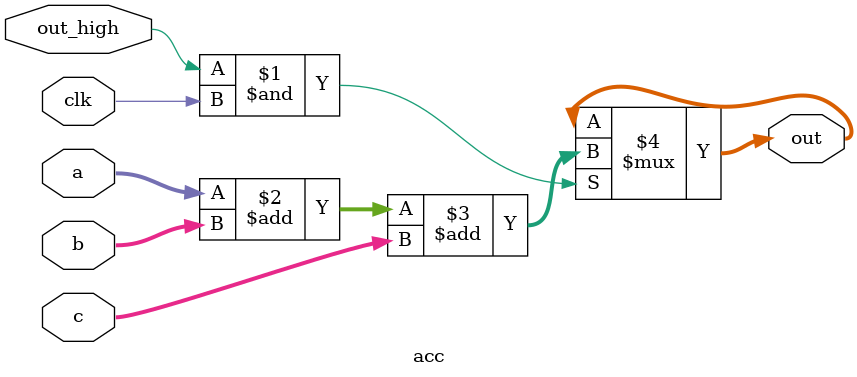
<source format=v>
module acc (clk,out_high, out, a, b, c);

parameter bw = 4;
parameter psum_bw = 16;

// my code

input signed [2*bw:0] a;      // unsigned activation
input signed [2*bw:0] b;        // signed weight
input signed [psum_bw-1:0] c;   // signed psum
input out_high;
input clk;
output signed [psum_bw-1:0] out;// signed output

assign out = out_high & clk? a + b + c : out;

endmodule
</source>
